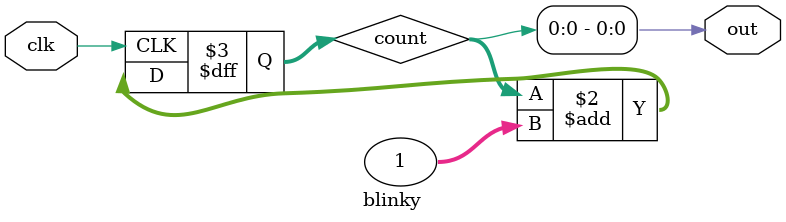
<source format=v>
module blinky (clk, out);

parameter tapbit = 0;
input clk;
output out;

reg [31:0] count;

always @(posedge clk) count <= count + 1;

assign out = count[tapbit];

endmodule

</source>
